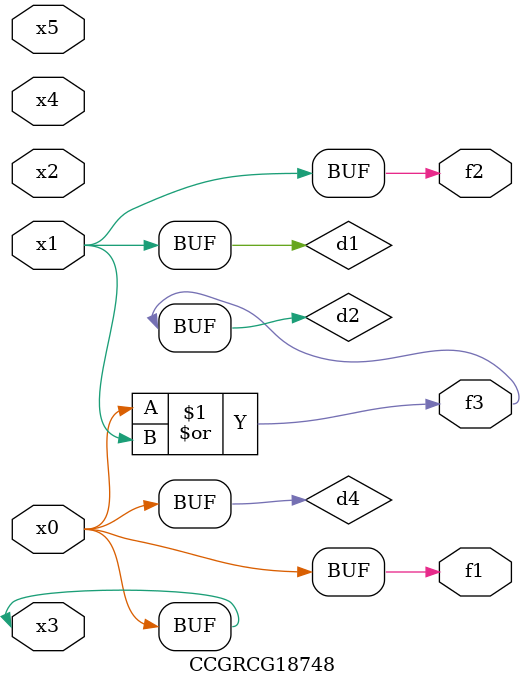
<source format=v>
module CCGRCG18748(
	input x0, x1, x2, x3, x4, x5,
	output f1, f2, f3
);

	wire d1, d2, d3, d4;

	and (d1, x1);
	or (d2, x0, x1);
	nand (d3, x0, x5);
	buf (d4, x0, x3);
	assign f1 = d4;
	assign f2 = d1;
	assign f3 = d2;
endmodule

</source>
